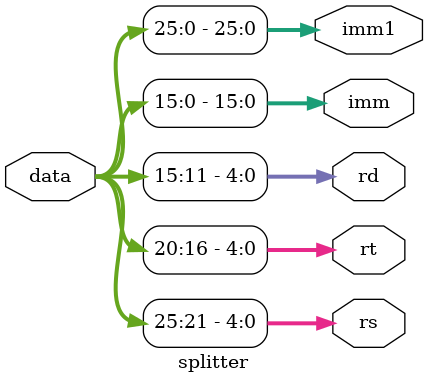
<source format=v>
module splitter(
input [31:0]data,
output wire [4:0]rs,
output wire [4:0]rt,
output wire [4:0]rd,
output wire [15:0]imm,
output wire [25:0]imm1
);
/*always@(*)begin
rs={data[25:21]};
rt={data[20:16]};
rd={data[15:11]};
imm={data[15:0]};
imm1={data[25:0]};
end*/
assign rs={data[25:21]};
assign rt={data[20:16]};
assign rd={data[15:11]};
assign imm={data[15:0]};
assign imm1={data[25:0]};
endmodule 

</source>
